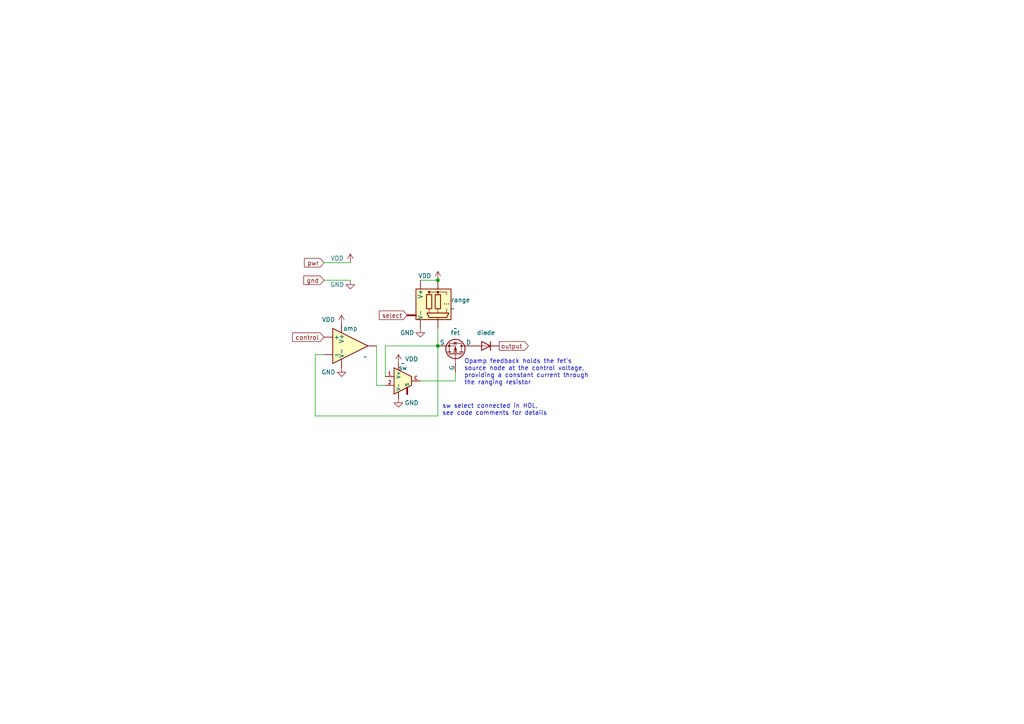
<source format=kicad_sch>
(kicad_sch (version 20211123) (generator eeschema)
  (paper "A4")
  (lib_symbols
    (symbol "Device:D" (pin_numbers hide) (pin_names (offset 1.016) hide)
      (property "Reference" "D" (at 0 2.54 0))
      (property "Value" "D" (at 0 -2.54 0))
      (symbol "D_0_1"
        (polyline (pts (xy -1.27 1.27) (xy -1.27 -1.27)) (stroke (width 0.254)))
        (polyline (pts (xy 1.27 0) (xy -1.27 0)))
        (polyline (pts (xy 1.27 1.27) (xy 1.27 -1.27) (xy -1.27 0) (xy 1.27 1.27)) (stroke (width 0.254)))
      )
      (symbol "D_1_1"
        (pin passive line (at -3.81 0 0) (length 2.54) (name "K") (number "1"))
        (pin passive line (at 3.81 0 180) (length 2.54) (name "A") (number "2"))
      )
    )
    (symbol "Device:Q_PMOS_DGS" (pin_numbers hide) (pin_names (offset 0))
      (property "Reference" "Q" (at 5.08 1.27 0))
      (property "Value" "Q_PMOS_DGS" (at 5.08 -1.27 0))
      (symbol "Q_PMOS_DGS_0_1"
        (polyline (pts (xy 0.254 0) (xy -2.54 0)))
        (polyline (pts (xy 0.254 1.905) (xy 0.254 -1.905)) (stroke (width 0.254)))
        (polyline (pts (xy 0.762 -1.27) (xy 0.762 -2.286)) (stroke (width 0.254)))
        (polyline (pts (xy 0.762 0.508) (xy 0.762 -0.508)) (stroke (width 0.254)))
        (polyline (pts (xy 0.762 2.286) (xy 0.762 1.27)) (stroke (width 0.254)))
        (polyline (pts (xy 2.54 2.54) (xy 2.54 1.778)))
        (polyline (pts (xy 2.54 -2.54) (xy 2.54 0) (xy 0.762 0)))
        (polyline (pts (xy 0.762 1.778) (xy 3.302 1.778) (xy 3.302 -1.778) (xy 0.762 -1.778)))
        (polyline (pts (xy 2.286 0) (xy 1.27 0.381) (xy 1.27 -0.381) (xy 2.286 0)) (fill (type outline)))
        (polyline (pts (xy 2.794 -0.508) (xy 2.921 -0.381) (xy 3.683 -0.381) (xy 3.81 -0.254)))
        (polyline (pts (xy 3.302 -0.381) (xy 2.921 0.254) (xy 3.683 0.254) (xy 3.302 -0.381)))
        (circle (center 1.651 0) (radius 2.794) (stroke (width 0.254)))
        (circle (center 2.54 -1.778) (radius 0.254) (fill (type outline)))
        (circle (center 2.54 1.778) (radius 0.254) (fill (type outline)))
      )
      (symbol "Q_PMOS_DGS_1_1"
        (pin passive line (at 2.54 5.08 270) (length 2.54) (name "D") (number "1"))
        (pin input line (at -5.08 0 0) (length 2.54) (name "G") (number "2"))
        (pin passive line (at 2.54 -5.08 90) (length 2.54) (name "S") (number "3"))
      )
    )
    (symbol "edg_importable:Mux2" (pin_names (offset 0.254))
      (property "Reference" "U" (at -2.54 2.54 0))
      (property "Value" "Mux2" (at -5.08 -2.54 0))
      (symbol "Mux2_0_1"
        (polyline (pts (xy -1.27 -1.905) (xy -1.27 -3.81)) (stroke (width 0.5)))
        (polyline (pts (xy -2.54 1.27) (xy -2.54 -1.27) (xy 2.54 -3.81) (xy 2.54 0.635) (xy 2.54 1.27) (xy 2.54 1.905) (xy 2.54 3.81) (xy -2.54 1.27)) (stroke (width 0.254)) (fill (type background)))
      )
      (symbol "Mux2_1_1"
        (pin input line (at -1.27 -3.81 90) (length 1.905) (name "S") (number ""))
        (pin input line (at 1.27 5.08 270) (length 1.905) (name "V+") (number ""))
        (pin input line (at 1.27 -5.08 90) (length 1.905) (name "V-") (number ""))
        (pin passive line (at 5.08 1.27 180) (length 2.54) (name "~") (number "1"))
        (pin passive line (at 5.08 -1.27 180) (length 2.54) (name "~") (number "2"))
        (pin passive line (at -5.08 0 0) (length 2.54) (name "~") (number "C"))
      )
    )
    (symbol "edg_importable:Opamp" (pin_numbers hide) (pin_names (offset 0.254))
      (property "Reference" "U" (at 3.81 3.175 0))
      (symbol "Opamp_0_1"
        (polyline (pts (xy 5.08 0) (xy -5.08 5.08) (xy -5.08 -5.08) (xy 5.08 0)) (stroke (width 0.254)) (fill (type background)))
      )
      (symbol "Opamp_1_1"
        (pin input line (at -7.62 2.54 0) (length 2.54) (name "+") (number "1"))
        (pin input line (at -7.62 -2.54 0) (length 2.54) (name "-") (number "2"))
        (pin output line (at 7.62 0 180) (length 2.54) (name "~") (number "3"))
        (pin power_in line (at -2.54 6.35 270) (length 2.54) (name "V+") (number "4"))
        (pin power_in line (at -2.54 -6.35 90) (length 2.54) (name "V-") (number "5"))
      )
    )
    (symbol "edg_importable:ResistorMux" (pin_numbers hide) (pin_names (offset 0.002))
      (property "Reference" "U" (at -6.35 0 90))
      (property "Value" "ResistorMux" (at 6.35 0 90))
      (symbol "ResistorMux_0_0"
        (text "..." (at 3.81 0 0) (effects (font (size 1.27 1.27))))
      )
      (symbol "ResistorMux_0_1"
        (rectangle (start -5.08 3.81) (end 5.08 -5.08) (stroke (width 0.254)) (fill (type background)))
        (rectangle (start -2.032 2.159) (end -0.508 -1.905) (stroke (width 0.254)))
        (circle (center -1.27 2.921) (radius 0.254) (fill (type outline)))
        (polyline (pts (xy -5.08 -3.81) (xy -7.62 -3.81)) (stroke (width 0.5)))
        (polyline (pts (xy -1.27 -1.905) (xy -1.27 -3.175)))
        (polyline (pts (xy 1.27 -5.08) (xy 1.27 -4.445)))
        (polyline (pts (xy 1.27 -1.905) (xy 1.27 -3.175)))
        (polyline (pts (xy 3.81 -1.905) (xy 3.81 -3.175)))
        (polyline (pts (xy -1.27 2.159) (xy -1.27 2.921) (xy 1.27 2.921) (xy 1.27 2.159)))
        (polyline (pts (xy 1.27 2.159) (xy 1.27 2.921) (xy 3.81 2.921) (xy 3.81 2.159)))
        (polyline (pts (xy -1.27 -4.445) (xy 3.81 -4.445) (xy 4.445 -3.175) (xy -1.905 -3.175) (xy -1.27 -4.445)) (stroke (width 0.254)))
        (rectangle (start 0.508 2.159) (end 2.032 -1.905) (stroke (width 0.254)))
        (circle (center 1.27 2.921) (radius 0.254) (fill (type outline)))
      )
      (symbol "ResistorMux_1_1"
        (pin passive line (at -3.81 6.35 270) (length 2.54) (name "V+") (number ""))
        (pin passive line (at -3.81 -7.62 90) (length 2.54) (name "V-") (number ""))
        (pin passive line (at 1.27 6.35 270) (length 2.54) (name "") (number "com"))
        (pin passive line (at -7.62 -3.81 0) (length 2.54) (name "") (number "control"))
        (pin passive line (at 1.27 -7.62 90) (length 2.54) (name "") (number "sw"))
      )
    )
    (symbol "power:GND" (power) (pin_names (offset 0))
      (property "Value" "GND" (at 0 -3.81 0))
      (symbol "GND_0_1"
        (polyline (pts (xy 0 0) (xy 0 -1.27) (xy 1.27 -1.27) (xy 0 -2.54) (xy -1.27 -1.27) (xy 0 -1.27)))
      )
      (symbol "GND_1_1"
        (pin power_in line (at 0 0 270) (length 0) hide (name "GND") (number "1"))
      )
    )
    (symbol "power:VDD" (power) (pin_names (offset 0))
      (property "Value" "VDD" (at 0 3.81 0))
      (symbol "VDD_0_1"
        (polyline (pts (xy -0.762 1.27) (xy 0 2.54)))
        (polyline (pts (xy 0 0) (xy 0 2.54)))
        (polyline (pts (xy 0 2.54) (xy 0.762 1.27)))
      )
      (symbol "VDD_1_1"
        (pin power_in line (at 0 0 90) (length 0) hide (name "VDD") (number "1"))
      )
    )
  )
  (junction (at 127 81.28))
  (junction (at 127 100.33))
  (wire (pts (xy 109.22 100.33) (xy 109.22 111.76)))
  (wire (pts (xy 121.92 110.49) (xy 132.08 110.49)))
  (wire (pts (xy 91.44 102.87) (xy 91.44 120.65)))
  (wire (pts (xy 111.76 100.33) (xy 127 100.33)))
  (wire (pts (xy 127 95.25) (xy 127 100.33)))
  (wire (pts (xy 109.22 111.76) (xy 111.76 111.76)))
  (wire (pts (xy 132.08 110.49) (xy 132.08 107.95)))
  (wire (pts (xy 93.98 102.87) (xy 91.44 102.87)))
  (wire (pts (xy 93.98 76.2) (xy 101.6 76.2)))
  (wire (pts (xy 111.76 100.33) (xy 111.76 109.22)))
  (wire (pts (xy 127 100.33) (xy 127 120.65)))
  (wire (pts (xy 91.44 120.65) (xy 127 120.65)))
  (wire (pts (xy 93.98 81.28) (xy 101.6 81.28)))
  (wire (pts (xy 121.92 81.28) (xy 127 81.28)))
  (text "sw select connected in HDL,\nsee code comments for details" (at 128.27 120.65 0) (effects (font (size 1.27 1.27)) (justify left bottom)))
  (text "Opamp feedback holds the fet's\nsource node at the control voltage,\nproviding a constant current through\nthe ranging resistor" (at 134.62 111.76 0) (effects (font (size 1.27 1.27)) (justify left bottom)))
  (global_label "gnd" (shape input) (at 93.98 81.28 180) (property "Intersheet References" "${INTERSHEET_REFS}" (effects hide)))
  (global_label "select" (shape input) (at 118.11 91.44 180) (property "Intersheet References" "${INTERSHEET_REFS}" (effects hide)))
  (global_label "pwr" (shape input) (at 93.98 76.2 180) (property "Intersheet References" "${INTERSHEET_REFS}" (effects hide)))
  (global_label "control" (shape input) (at 93.98 97.79 180) (property "Intersheet References" "${INTERSHEET_REFS}" (effects hide)))
  (global_label "output" (shape output) (at 144.78 100.33 0) (property "Intersheet References" "${INTERSHEET_REFS}" (effects hide)))
  (symbol (lib_id "power:VDD") (at 115.57 105.41 0) (unit 1)
    (property "Reference" "#PWR?" (effects hide))
    (property "Value" "VDD" (at 119.38 104.14 0))
  )
  (symbol (lib_id "power:GND") (at 121.92 95.25 0) (unit 1)
    (property "Reference" "#PWR?" (effects hide))
    (property "Value" "GND" (at 118.11 96.52 0))
  )
  (symbol (lib_id "edg_importable:ResistorMux") (at 125.73 87.63 0) (unit 1)
    (property "Reference" "range" (at 130.81 86.9949 0) (effects (justify left)))
    (property "Value" "~" (at 130.81 89.5349 0) (effects (justify left)))
  )
  (symbol (lib_id "edg_importable:Mux2") (at 116.84 110.49 0) (mirror y) (unit 1)
    (property "Reference" "sw" (at 116.84 106.68 0))
    (property "Value" "~" (at 116.84 105.41 0))
  )
  (symbol (lib_id "power:GND") (at 101.6 81.28 0) (unit 1)
    (property "Reference" "#PWR?" (effects hide))
    (property "Value" "GND" (at 97.79 82.55 0))
  )
  (symbol (lib_id "Device:Q_PMOS_DGS") (at 132.08 102.87 270) (mirror x) (unit 1)
    (property "Reference" "fet" (at 132.08 96.52 90))
    (property "Value" "~" (at 132.08 95.25 90))
  )
  (symbol (lib_id "power:VDD") (at 101.6 76.2 0) (unit 1)
    (property "Reference" "#PWR?" (effects hide))
    (property "Value" "VDD" (at 97.79 74.93 0))
  )
  (symbol (lib_id "Device:D") (at 140.97 100.33 180) (unit 1)
    (property "Reference" "diode" (at 140.97 96.52 0))
    (property "Value" "~" (at 140.97 96.52 0))
  )
  (symbol (lib_id "power:VDD") (at 127 81.28 0) (unit 1)
    (property "Reference" "#PWR?" (effects hide))
    (property "Value" "VDD" (at 123.19 80.01 0))
  )
  (symbol (lib_id "power:VDD") (at 99.06 93.98 0) (unit 1)
    (property "Reference" "#PWR?" (effects hide))
    (property "Value" "VDD" (at 95.25 92.71 0))
  )
  (symbol (lib_id "power:GND") (at 99.06 106.68 0) (unit 1)
    (property "Reference" "#PWR?" (effects hide))
    (property "Value" "GND" (at 95.25 107.95 0))
  )
  (symbol (lib_id "edg_importable:Opamp") (at 101.6 100.33 0) (unit 1)
    (property "Reference" "amp" (at 101.6 95.25 0))
    (property "Value" "~" (at 105.41 103.505 0) (effects (justify left)))
  )
  (symbol (lib_id "power:GND") (at 115.57 115.57 0) (unit 1)
    (property "Reference" "#PWR?" (effects hide))
    (property "Value" "GND" (at 119.38 116.84 0))
  )
)
</source>
